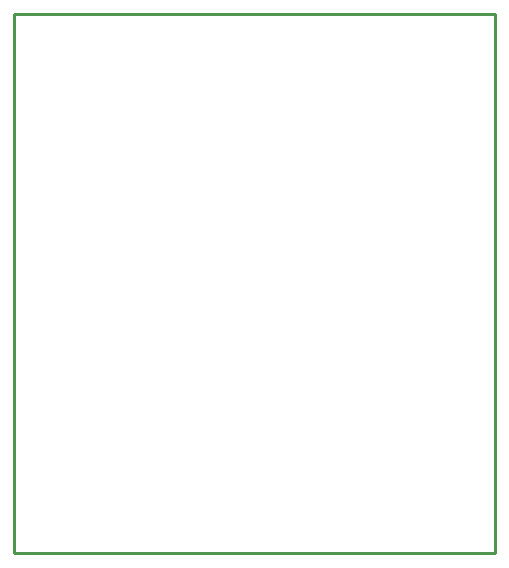
<source format=gm1>
G04*
G04 #@! TF.GenerationSoftware,Altium Limited,Altium Designer,21.2.2 (38)*
G04*
G04 Layer_Color=16711935*
%FSLAX25Y25*%
%MOIN*%
G70*
G04*
G04 #@! TF.SameCoordinates,C48038F6-0F47-47EE-9322-7A70BF747E44*
G04*
G04*
G04 #@! TF.FilePolarity,Positive*
G04*
G01*
G75*
%ADD29C,0.01000*%
D29*
X0Y179500D02*
X160500D01*
Y0D02*
Y179500D01*
X0Y0D02*
X160500D01*
X0D02*
Y179500D01*
M02*

</source>
